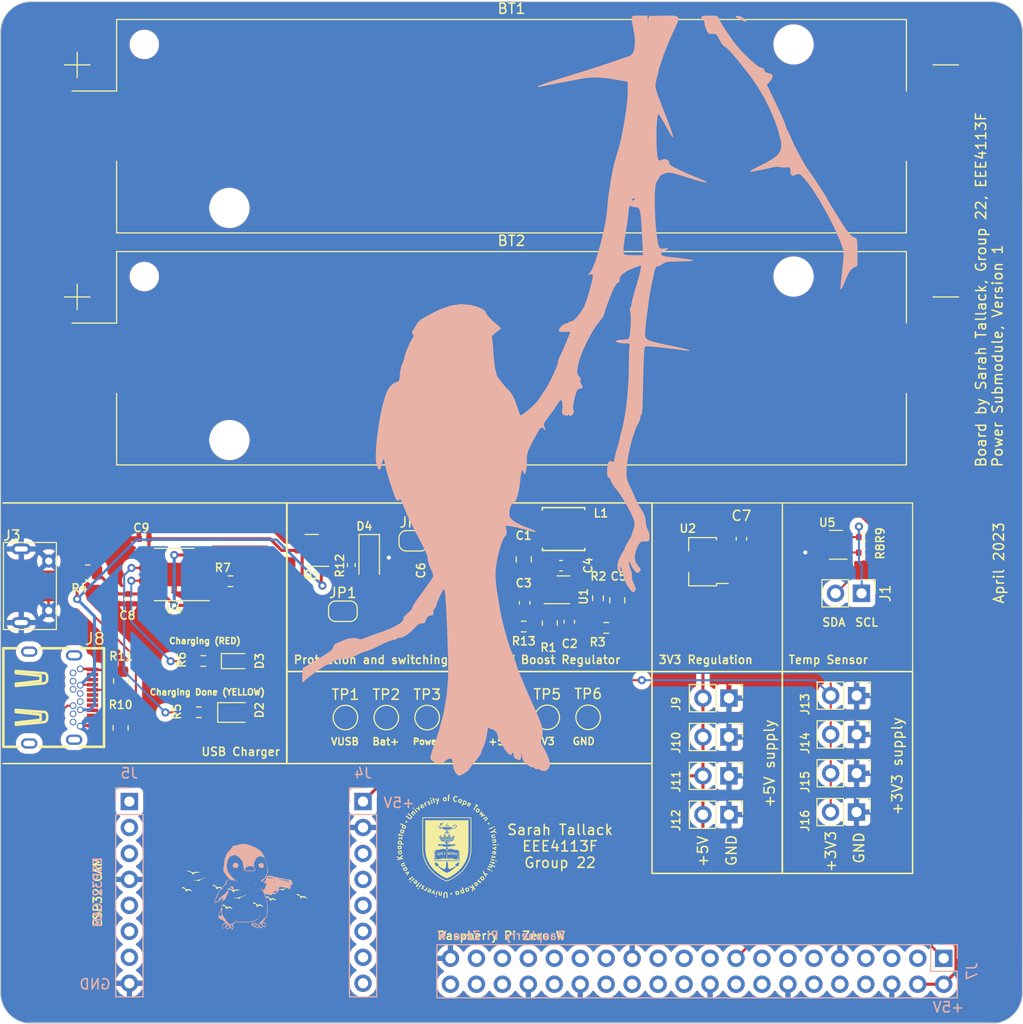
<source format=kicad_pcb>
(kicad_pcb (version 20221018) (generator pcbnew)
  (layers (0 "F.Cu" signal) (31 "B.Cu" signal) (34 "B.Paste" user) (35 "F.Paste" user) (36 "B.SilkS" user "B.Silkscreen") (37 "F.SilkS" user "F.Silkscreen") (38 "B.Mask" user) (39 "F.Mask" user) (44 "Edge.Cuts" user))
  (net 0 "")
  (net 1 "GND")
  (net 2 "/Sensors/SCL")
  (net 3 "/Sensors/SDA")
  (net 4 "Net-(L1-Pad2)")
  (net 5 "Net-(C2-Pad2)")
  (net 6 "Net-(C3-Pad2)")
  (net 7 "Net-(C3-Pad1)")
  (net 8 "Net-(C4-Pad1)")
  (net 9 "Net-(C8-Pad1)")
  (net 10 "Net-(D2-Pad1)")
  (net 11 "Net-(D3-Pad1)")
  (net 12 "/VoltageSupply/VUSB")
  (net 13 "Net-(R5-Pad2)")
  (net 14 "Net-(R6-Pad2)")
  (net 15 "Net-(R7-Pad1)")
  (net 16 "Net-(D4-Pad1)")
  (net 17 "/VoltageSupply/Bat+")
  (net 18 "/VoltageSupply/Power")
  (net 19 "/Microcontrollers/+5VReg")
  (net 20 "/Sensors/+3V3Reg")
  (net 21 "Net-(R2-Pad2)")
  (net 24 "/Microcontrollers/GPIO4")
  (net 25 "/Microcontrollers/GPIO2")
  (net 26 "/Microcontrollers/GPIO14")
  (net 27 "/Microcontrollers/GPIO15")
  (net 28 "/Microcontrollers/GPIO13")
  (net 29 "/Microcontrollers/GPIO12")
  (net 30 "/Microcontrollers/3.3V")
  (net 31 "/Microcontrollers/GPIO16")
  (net 32 "/Microcontrollers/GPIO0")
  (net 33 "/Microcontrollers/3.3V{slash}5V")
  (net 34 "/Microcontrollers/GPIO3")
  (net 35 "/Microcontrollers/GPIO1")
  (net 36 "/Microcontrollers/+3V3")
  (net 37 "/Microcontrollers/GPIO[2]{slash}SDA1")
  (net 38 "/Microcontrollers/GPIO[3]{slash}SCL1")
  (net 39 "/Microcontrollers/GPIO[4]{slash}GPCLK0")
  (net 40 "/Microcontrollers/GPIO[14]{slash}TXD0")
  (net 41 "/Microcontrollers/GPIO[15]{slash}RXD0")
  (net 42 "/Microcontrollers/GPIO[17]")
  (net 43 "/Microcontrollers/GPIO[18]{slash}PCM.CLK")
  (net 44 "/Microcontrollers/GPIO[27]")
  (net 45 "/Microcontrollers/GPIO[22]")
  (net 46 "/Microcontrollers/GPIO[23]")
  (net 47 "/Microcontrollers/GPIO[24]")
  (net 48 "/Microcontrollers/GPIO[10]{slash}SPI0.MOSI")
  (net 49 "/Microcontrollers/GPIO[9]{slash}SPI0.MISO")
  (net 50 "/Microcontrollers/GPIO[25]")
  (net 51 "/Microcontrollers/GPIO[11]{slash}SPI0.SCLK")
  (net 52 "/Microcontrollers/GPIO[8]{slash}SPI0.CE0")
  (net 53 "/Microcontrollers/GPIO[7]{slash}SPI0.CE1")
  (net 54 "/Microcontrollers/ID_SDA")
  (net 55 "/Microcontrollers/ID_SCL")
  (net 56 "/Microcontrollers/GPIO[5]")
  (net 57 "/Microcontrollers/GPIO[6]")
  (net 58 "/Microcontrollers/GPIO[12]{slash}PWM0")
  (net 59 "/Microcontrollers/GPIO[13]{slash}PWM1")
  (net 60 "/Microcontrollers/GPIO[19]{slash}PCM.FS")
  (net 61 "/Microcontrollers/GPIO[16]")
  (net 62 "/Microcontrollers/GPIO26")
  (net 63 "/Microcontrollers/GPIO[20]{slash}PCM.DIN")
  (net 64 "/Microcontrollers/GPIO[21]{slash}PCM.DOUT")
  (net 67 "Net-(J8-PadA5)")
  (net 75 "Net-(J8-PadB5)")
  (net 81 "/VoltageSupply/Reg")
  (footprint "Resistor_SMD:R_0402_1005Metric" (layer "F.Cu") (at 91.571574 96.731058 90)
    (fp_text reference "R12")
    (fp_text value "100k")
  )
  (footprint "Resistor_SMD:R_0805_2012Metric" (layer "F.Cu") (at 69 112.656142 -90)
    (fp_text reference "R10")
    (fp_text value "5.1k")
  )
  (footprint "TestPoint:TestPoint_Pad_D2.0mm" (layer "F.Cu") (at 99 111.656142)
    (fp_text reference "TP3")
    (fp_text value "TestPoint")
  )
  (footprint "LOGO" (layer "F.Cu") (at 81.5 129.5)
    (fp_text reference "G***" hide)
    (fp_text value "LOGO" hide)
  )
  (footprint "Resistor_SMD:R_0805_2012Metric" (layer "F.Cu") (at 65.780757 97.454584)
    (fp_text reference "R4")
    (fp_text value "330m")
  )
  (footprint "TestPoint:TestPoint_Pad_D2.0mm" (layer "F.Cu") (at 103 111.656142)
    (fp_text reference "TP7")
    (fp_text value "TestPoint")
  )
  (footprint "Package_TO_SOT_SMD:SOT-89-3" (layer "F.Cu") (at 126.25 96.406142 180)
    (fp_text reference "U2")
    (fp_text value "HT75xx-1-SOT89")
  )
  (footprint "Connector_PinHeader_2.54mm:PinHeader_1x02_P2.54mm_Vertical" (layer "F.Cu") (at 141.5 99.5 -90)
    (fp_text reference "J1")
    (fp_text value "Conn_01x02_Male")
  )
  (footprint "Connector_PinHeader_2.54mm:PinHeader_1x02_P2.54mm_Vertical" (layer "F.Cu") (at 128.525 121.156142 -90)
    (fp_text reference "J12")
    (fp_text value "Conn_01x02_Male")
  )
  (footprint "Capacitor_SMD:C_0402_1005Metric" (layer "F.Cu") (at 71.3 94.166142 180)
    (fp_text reference "C9")
    (fp_text value "10uF")
  )
  (footprint "LED_SMD:LED_0603_1608Metric" (layer "F.Cu") (at 80.346313 106.13688)
    (fp_text reference "D3")
    (fp_text value "RLED")
  )
  (footprint "Capacitor_SMD:C_0805_2012Metric" (layer "F.Cu") (at 108.448019 96.180404 90)
    (fp_text reference "C1")
    (fp_text value "4.7u")
  )
  (footprint "TestPoint:TestPoint_Pad_D2.0mm" (layer "F.Cu") (at 95 111.656142)
    (fp_text reference "TP2")
    (fp_text value "TestPoint")
  )
  (footprint "TestPoint:TestPoint_Pad_D2.0mm" (layer "F.Cu") (at 110.75 111.632996)
    (fp_text reference "TP5")
    (fp_text value "TestPoint")
  )
  (footprint "Package_TO_SOT_SMD:SOT-23" (layer "F.Cu") (at 87.703163 95.297117 180)
    (fp_text reference "Q1")
    (fp_text value "Si2301CDS")
  )
  (footprint "Capacitor_SMD:C_0805_2012Metric" (layer "F.Cu") (at 117.600926 100.179746 90)
    (fp_text reference "C5")
    (fp_text value "1u")
  )
  (footprint "Battery:BatteryHolder_Keystone_1042_1x18650" (layer "F.Cu") (at 107.25 53.79)
    (fp_text reference "BT1")
    (fp_text value "Li-Ion Battery")
  )
  (footprint "Resistor_SMD:R_0603_1608Metric" (layer "F.Cu") (at 79.75 98.318161)
    (fp_text reference "R7")
    (fp_text value "1.2k")
  )
  (footprint "Resistor_SMD:R_0603_1608Metric" (layer "F.Cu") (at 115.7101 99.979559 -90)
    (fp_text reference "R2")
    (fp_text value "180k")
  )
  (footprint "Capacitor_SMD:C_0402_1005Metric" (layer "F.Cu") (at 69.750812 100.044799 -90)
    (fp_text reference "C8")
    (fp_text value "10uF")
  )
  (footprint "Resistor_SMD:R_0603_1608Metric" (layer "F.Cu") (at 108.448725 102.75 180)
    (fp_text reference "R13")
    (fp_text value "1k")
  )
  (footprint "SarahFootprints:USB-TYPE-C-TH_USB-306A-B-SU" (layer "F.Cu") (at 63.155 109.696315 -90)
    (fp_text reference "J8")
    (fp_text value "USB_C_Receptacle" hide)
  )
  (footprint "Resistor_SMD:R_0603_1608Metric" (layer "F.Cu") (at 76.6475 111.141142 180)
    (fp_text reference "R5")
    (fp_text value "1k")
  )
  (footprint "TestPoint:TestPoint_Pad_D2.0mm" (layer "F.Cu") (at 114.75 111.632996)
    (fp_text reference "TP6")
    (fp_text value "TestPoint")
  )
  (footprint "Jumper:SolderJumper-2_P1.3mm_Open_RoundedPad1.0x1.5mm" (layer "F.Cu") (at 90.75 101.25)
    (fp_text reference "JP1")
    (fp_text value "Jumper_2_Open")
  )
  (footprint "SarahFootprints:C404969_Micro_USB" (layer "F.Cu") (at 57.575636 98.761938 90)
    (fp_text reference "J3")
    (fp_text value "USB_Micro_B_Female_Connector")
  )
  (footprint "Capacitor_SMD:C_0603_1608Metric" (layer "F.Cu") (at 129.75 94.156142 90)
    (fp_text reference "C7")
    (fp_text value "100n")
  )
  (footprint "Capacitor_SMD:C_0603_1608Metric" (layer "F.Cu") (at 112.905423 102.275685 90)
    (fp_text reference "C2")
    (fp_text value "100n")
  )
  (footprint "LOGO" (layer "F.Cu") (at 101 124.25)
    (fp_text reference "G***" hide)
    (fp_text value "LOGO" hide)
  )
  (footprint "Resistor_SMD:R_0402_1005Metric" (layer "F.Cu") (at 141.75 94.009432 180)
    (fp_text reference "R9")
    (fp_text value "10k")
  )
  (footprint "Battery:BatteryHolder_Keystone_1042_1x18650" (layer "F.Cu") (at 107.25 76.5)
    (fp_text reference "BT2")
    (fp_text value "Li-Ion Battery")
  )
  (footprint "Connector_PinHeader_2.54mm:PinHeader_1x02_P2.54mm_Vertical" (layer "F.Cu") (at 141.025 117.106142 -90)
    (fp_text reference "J15")
    (fp_text value "Conn_01x02_Male")
  )
  (footprint "Capacitor_SMD:C_0603_1608Metric" (layer "F.Cu") (at 112.094018 96.797165 180)
    (fp_text reference "C4")
    (fp_text value "100n")
  )
  (footprint "Package_SO:HSOP-8-1EP_3.9x4.9mm_P1.27mm_EP2.3x2.3mm" (layer "F.Cu") (at 74.25 97.656142 180)
    (fp_text reference "U4")
    (fp_text value "TP4056_1")
  )
  (footprint "TestPoint:TestPoint_Pad_D2.0mm" (layer "F.Cu") (at 91 111.656142)
    (fp_text reference "TP1")
    (fp_text value "TestPoint")
  )
  (footprint "Diode_SMD:D_SOD-123" (layer "F.Cu") (at 93.329492 95.9953 -90)
    (fp_text reference "D4")
    (fp_text value "Diode")
  )
  (footprint "Capacitor_SMD:C_0603_1608Metric" (layer "F.Cu") (at 100.461631 97.230718)
    (fp_text reference "C6")
    (fp_text value "100n")
  )
  (footprint "Package_SON:WSON-10-1EP_2.5x2.5mm_P0.5mm_EP1.2x2mm" (layer "F.Cu") (at 111.698019 99.155075)
    (fp_text reference "U1")
    (fp_text value "TPS63030DSKR")
  )
  (footprint "Resistor_SMD:R_0603_1608Metric" (layer "F.Cu") (at 116.521264 102.880355)
    (fp_text reference "R3")
    (fp_text value "20k")
  )
  (footprint "Connector_PinHeader_2.54mm:PinHeader_1x02_P2.54mm_Vertical" (layer "F.Cu") (at 141.025 113.306142 -90)
    (fp_text reference "J14")
    (fp_text value "Conn_01x02_Male")
  )
  (footprint "Connector_PinHeader_2.54mm:PinHeader_1x02_P2.54mm_Vertical" (layer "F.Cu") (at 141.012716 120.906142 -90)
    (fp_text reference "J16")
    (fp_text value "Conn_01x02_Male")
  )
  (footprint "Connector_PinHeader_2.54mm:PinHeader_1x02_P2.54mm_Vertical" (layer "F.Cu") (at 128.525 117.356142 -90)
    (fp_text reference "J11")
    (fp_text value "Conn_01x02_Male")
  )
  (footprint "Resistor_SMD:R_0603_1608Metric" (layer "F.Cu") (at 77.096313 106.12134 180)
    (fp_text reference "R6")
    (fp_text value "1k")
  )
  (footprint "Capacitor_SMD:C_0603_1608Metric" (layer "F.Cu") (at 108.538762 100.432441 90)
    (fp_text reference "C3")
    (fp_text value "100n")
  )
  (footprint "SarahFootprints:IND-SMD_L4.0-W4.0" (layer "F.Cu") (at 112.349862 93.210018)
    (fp_text reference "L1")
    (fp_text value "4.7u" hide)
  )
  (footprint "Resistor_SMD:R_0402_1005Metric" (layer "F.Cu") (at 141.738711 95.522068 180)
    (fp_text reference "R8")
    (fp_text value "10k")
  )
  (footprint "Jumper:SolderJumper-2_P1.3mm_Open_RoundedPad1.0x1.5mm" (layer "F.Cu") (at 97.648905 94.359409)
    (fp_text reference "JP2")
    (fp_text value "Jumper_2_Open")
  )
  (footprint "Connector_PinHeader_2.54mm:PinHeader_1x02_P2.54mm_Vertical" (layer "F.Cu") (at 141.025 109.506142 -90)
    (fp_text reference "J13")
    (fp_text value "Conn_01x02_Male")
  )
  (footprint "Resistor_SMD:R_0805_2012Metric" (layer "F.Cu") (at 111 102.4125 -90)
    (fp_text reference "R1")
    (fp_text value "200k")
  )
  (footprint "Connector_PinHeader_2.54mm:PinHeader_1x02_P2.54mm_Vertical" (layer "F.Cu") (at 128.525 109.756142 -90)
    (fp_text reference "J9")
    (fp_text value "Conn_01x02_Male")
  )
  (footprint "Connector_PinHeader_2.54mm:PinHeader_1x02_P2.54mm_Vertical" (layer "F.Cu") (at 128.525 113.556142 -90)
    (fp_text reference "J10")
    (fp_text value "Conn_01x02_Male")
  )
  (footprint "TestPoint:TestPoint_Pad_D2.0mm" (layer "F.Cu") (at 106.75 111.632996)
    (fp_text reference "TP4")
    (fp_text value "TestPoint")
  )
  (footprint "LED_SMD:LED_0805_2012Metric" (layer "F.Cu") (at 80.1875 111.156142)
    (fp_text reference "D2")
    (fp_text value "YLED")
  )
  (footprint "Resistor_SMD:R_0805_2012Metric" (layer "F.Cu") (at 69.055645 108.073079 -90)
    (fp_text reference "R11")
    (fp_text value "5.1k")
  )
  (footprint "Sensor_Humidity:Sensirion_DFN-8-1EP_2.5x2.5mm_P0.5mm_EP1.1x1.7mm" (layer "F.Cu") (at 139 94.75 180)
    (fp_text reference "U5")
    (fp_text value "SHT30-DIS")
  )
  (footprint "LOGO" (layer "B.Cu") (at 81.365491 128.662288 180)
    (fp_text reference "G***" hide)
    (fp_text value "LOGO" hide)
  )
  (footprint "Connector_PinSocket_2.54mm:PinSocket_1x08_P2.54mm_Vertical" (layer "B.Cu") (at 92.725 119.875 180)
    (fp_text reference "J4")
    (fp_text value "Conn_01x08_Male")
  )
  (footprint "Connector_PinSocket_2.54mm:PinSocket_2x20_P2.54mm_Vertical" (layer "B.Cu") (at 149.54 135.21 90)
    (fp_text reference "J7")
    (fp_text value "GPIO")
  )
  (footprint "LOGO" (layer "B.Cu") (at 114 85.5 180)
    (fp_text reference "G***" hide)
    (fp_text value "LOGO" hide)
  )
  (footprint "Connector_PinSocket_2.54mm:PinSocket_1x08_P2.54mm_Vertical" (layer "B.Cu") (at 69.859465 119.875 180)
    (fp_text reference "J5")
    (fp_text value "Conn_01x08_Male")
  )
  (gr_rect (start 85.291046 90.666056) (end 105.23347 107.149006) (stroke (width 0.15)) (fill none) (layer "F.SilkS"))
  (gr_line (start 85.5 116.156142) (end 57.5 116.156142) (stroke (width 0.15)) (layer "F.SilkS"))
  (gr_rect (start 133.75 90.656142) (end 146.5 107.156142) (stroke (width 0.12)) (fill none) (layer "F.SilkS"))
  (gr_rect (start 105.25 90.656142) (end 121 107.156142) (stroke (width 0.15)) (fill none) (layer "F.SilkS"))
  (gr_rect (start 121 90.656142) (end 133.75 107.156142) (stroke (width 0.12)) (fill none) (layer "F.SilkS"))
  (gr_line (start 57.5 90.656142) (end 85.25 90.656142) (stroke (width 0.15)) (layer "F.SilkS"))
  (gr_rect (start 133.75 107.156142) (end 146.5 126.906142) (stroke (width 0.15)) (fill none) (layer "F.SilkS"))
  (gr_rect (start 121 107.156142) (end 133.75 126.906142) (stroke (width 0.15)) (fill none) (layer "F.SilkS"))
  (gr_line (start 85.25 90.656142) (end 85.25 116.156142) (stroke (width 0.15)) (layer "F.SilkS"))
  (gr_rect (start 85.291046 107.149006) (end 121 116.156142) (stroke (width 0.15)) (fill none) (layer "F.SilkS"))
  (gr_line (start 60.25 41.59264) (end 154.25736 41.59264) (stroke (width 0.1)) (layer "Edge.Cuts"))
  (gr_arc (start 60.25 141.6) (mid 58.12868 140.72132) (end 57.25 138.6) (stroke (width 0.1)) (layer "Edge.Cuts"))
  (gr_arc (start 154.25736 41.59264) (mid 156.37868 42.47132) (end 157.25736 44.59264) (stroke (width 0.1)) (layer "Edge.Cuts"))
  (gr_line (start 57.25 44.59264) (end 57.25 138.6) (stroke (width 0.1)) (layer "Edge.Cuts"))
  (gr_line (start 157.25 138.6) (end 157.25736 44.59264) (stroke (width 0.1)) (layer "Edge.Cuts"))
  (gr_arc (start 57.25 44.59264) (mid 58.12868 42.47132) (end 60.25 41.59264) (stroke (width 0.1)) (layer "Edge.Cuts"))
  (gr_line (start 60.25 141.6) (end 154.25 141.6) (stroke (width 0.1)) (layer "Edge.Cuts"))
  (gr_arc (start 157.25 138.6) (mid 156.37132 140.72132) (end 154.25 141.6) (stroke (width 0.1)) (layer "Edge.Cuts"))
  (gr_text "GND\n" (at 66.5 137.75) (layer "B.SilkS") (effects (font (size 1 1)) (justify mirror)))
  (gr_text "+5V" (at 96.25 120) (layer "B.SilkS") (effects (font (size 1 1)) (justify mirror)))
  (gr_text "+5V" (at 150 140) (layer "B.SilkS") (effects (font (size 1 1)) (justify mirror)))
  (gr_text "ESP32 CAM" (at 66.75 128.75 90) (layer "B.SilkS") (effects (font (size 0.8 0.8)) (justify mirror)))
  (gr_text "Raspberry Pi Zero W" (at 106.25 133) (layer "B.SilkS") (effects (font (size 0.8 0.8)) (justify mirror)))
  (gr_text "USB Charger" (at 80.75 115) (layer "F.SilkS") (effects (font (size 0.8 0.8))))
  (gr_text "Bat+" (at 94.95 114.006142) (layer "F.SilkS") (effects (font (size 0.7 0.7))))
  (gr_text "Board by Sarah Tallack, Group 22, EEE4113F\nPower Submodule, Version 1" (at 154 87.25 90) (layer "F.SilkS") (effects (font (size 1 1)) (justify left)))
  (gr_text "Charging Done (YELLOW)" (at 77.487115 109.166467) (layer "F.SilkS") (effects (font (size 0.6 0.6))))
  (gr_text "5V Boost Regulator" (at 112 106) (layer "F.SilkS") (effects (font (size 0.8 0.8))))
  (gr_text "Temp Sensor" (at 138.25 106) (layer "F.SilkS") (effects (font (size 0.8 0.8))))
  (gr_text "+5V\n" (at 125.980093 124.747124 90) (layer "F.SilkS") (effects (font (size 1 1))))
  (gr_text "GND" (at 128.775 124.656142 90) (layer "F.SilkS") (effects (font (size 1 1))))
  (gr_text "Charging (RED)\n" (at 77.25 104.156142) (layer "F.SilkS") (effects (font (size 0.6 0.6))))
  (gr_text "+3V3 supply\n" (at 145 116.406142 90) (layer "F.SilkS") (effects (font (size 1 1))))
  (gr_text "+5V supply" (at 132.5 116.156142 90) (layer "F.SilkS") (effects (font (size 1 1))))
  (gr_text "Power" (at 98.95 114.006142) (layer "F.SilkS") (effects (font (size 0.6 0.6))))
  (gr_text "April 2023" (at 154.94 96.52 90) (layer "F.SilkS") (effects (font (size 1 1))))
  (gr_text "3V3 Regulation" (at 126.25 106) (layer "F.SilkS") (effects (font (size 0.8 0.8))))
  (gr_text "+3V3" (at 138.5 124.75 90) (layer "F.SilkS") (effects (font (size 1 1))))
  (gr_text "SDA" (at 138.79 102.343858) (layer "F.SilkS") (effects (font (size 0.8 0.8))))
  (gr_text "Protection and switching" (at 93.5 106) (layer "F.SilkS") (effects (font (size 0.8 0.8))))
  (gr_text "Reg" (at 103 114) (layer "F.SilkS") (effects (font (size 0.6 0.6))))
  (gr_text "+3V3" (at 110.064744 113.982996) (layer "F.SilkS") (effects (font (size 0.7 0.7))))
  (gr_text "SCL" (at 142 102.343858) (layer "F.SilkS") (effects (font (size 0.8 0.8))))
  (gr_text "GND" (at 114.314744 113.982996) (layer "F.SilkS") (effects (font (size 0.7 0.7))))
  (gr_text "GND" (at 141.262716 124.406142 90) (layer "F.SilkS") (effects (font (size 1 1))))
  (gr_text "VUSB" (at 90.95 114.006142) (layer "F.SilkS") (effects (font (size 0.7 0.7))))
  (gr_text "Sarah Tallack\nEEE4113F\nGroup 22" (at 112 124.25) (layer "F.SilkS") (effects (font (size 1 1))))
  (gr_text "ESP32 CAM" (at 66.75 128.75 90) (layer "F.SilkS") (effects (font (size 0.8 0.8))))
  (gr_text "Raspberry Pi Zero W" (at 106.25 133) (layer "F.SilkS") (effects (font (size 0.8 0.8))))
  (gr_text "+5V" (at 106.064744 114.000358) (layer "F.SilkS") (effects (font (size 0.7 0.7))))
  (segment (start 69.055645 107.160579) (end 68.891381 106.996315) (width 0.25) (layer "F.Cu") (net 1))
  (segment (start 68.891381 106.996315) (end 66.75 106.996315) (width 0.25) (layer "F.Cu") (net 1))
  (segment (start 111.319018 96.797165) (end 111.350926 96.829073) (width 0.2) (layer "F.Cu") (net 1))
  (segment (start 111.350926 98.807982) (end 111.698019 99.155075) (width 0.2) (layer "F.Cu") (net 1))
  (segment (start 59.450636 99.411938) (end 59.300636 99.561938) (width 0.25) (layer "F.Cu") (net 1))
  (segment (start 66.2 106.896315) (end 66.25 106.946315) (width 0.25) (layer "F.Cu") (net 1))
  (segment (start 137.825 95) (end 137.825 95.5) (width 0.2) (layer "F.Cu") (net 1))
  (segment (start 140.175 95) (end 139.25 95) (width 0.2) (layer "F.Cu") (net 1))
  (segment (start 111.350926 96.829073) (end 111.350926 98.807982) (width 0.2) (layer "F.Cu") (net 1))
  (segment (start 61.950636 101.161938) (end 61.975636 101.186938) (width 0.25) (layer "F.Cu") (net 1))
  (segment (start 66.25 112.446315) (end 65.1 112.446315) (width 0.25) (layer "F.Cu") (net 1))
  (segment (start 61.950636 99.411938) (end 59.450636 99.411938) (width 0.25) (layer "F.Cu") (net 1))
  (segment (start 65.1 112.446315) (end 65.05 112.496315) (width 0.25) (layer "F.Cu") (net 1))
  (segment (start 137.825 95.5) (end 138.5 95.5) (width 0.2) (layer "F.Cu") (net 1))
  (segment (start 76.725 97.021142) (end 75.206203 97.021142) (width 0.2) (layer "F.Cu") (net 1))
  (segment (start 68.297327 112.446315) (end 69 111.743642) (width 0.25) (layer "F.Cu") (net 1))
  (segment (start 110.485519 97.630664) (end 111.319018 96.797165) (width 0.2) (layer "F.Cu") (net 1))
  (segment (start 61.950636 99.411938) (end 61.950636 101.161938) (width 0.25) (layer "F.Cu") (net 1))
  (segment (start 110.485519 98.155075) (end 110.485519 97.630664) (width 0.2) (layer "F.Cu") (net 1))
  (segment (start 66.25 112.446315) (end 68.297327 112.446315) (width 0.25) (layer "F.Cu") (net 1))
  (segment (start 65.05 106.896315) (end 66.2 106.896315) (width 0.25) (layer "F.Cu") (net 1))
  (segment (start 137.825 95.5) (end 136 95.5) (width 0.2) (layer "F.Cu") (net 1))
  (via (at 136 95.5) (size 0.8) (drill 0.4) (layers "F.Cu" "B.Cu") (net 1))
  (via (at 95.25 96) (size 0.8) (drill 0.4) (layers "F.Cu" "B.Cu") (net 1))
  (segment (start 140.175 94) (end 141.230568 94) (width 0.2) (layer "F.Cu") (net 2))
  (segment (start 141.24 94.027428) (end 141.24 92.972572) (width 0.2) (layer "F.Cu") (net 2))
  (segment (start 141.24 92.972572) (end 141.24961 92.962962) (width 0.2) (layer "F.Cu") (net 2))
  (via (at 141.24961 92.962962) (size 0.8) (drill 0.4) (layers "F.Cu" "B.Cu") (net 2))
  (segment (start 141.24961 92.962962) (end 141.24961 96.49961) (width 0.2) (layer "B.Cu") (net 2))
  (segment (start 141.525 96.775) (end 141.525 99.5) (width 0.2) (layer "B.Cu") (net 2))
  (segment (start 141.24961 96.49961) (end 141.525 96.775) (width 0.2) (layer "B.Cu") (net 2))
  (segment (start 140.175 95.5) (end 141.206643 95.5) (width 0.2) (layer "F.Cu") (net 3))
  (segment (start 140.175 98.31) (end 138.985 99.5) (width 0.2) (layer "F.Cu") (net 3))
  (segment (start 140.175 95.5) (end 140.175 98.31) (width 0.2) (layer "F.Cu") (net 3))
  (segment (start 113.949862 93.210018) (end 113.949862 98.153232) (width 0.2) (layer "F.Cu") (net 4))
  (segment (start 113.448019 98.655075) (end 112.910519 98.655075) (width 0.2) (layer "F.Cu") (net 4))
  (segment (start 113.949862 98.153232) (end 113.448019 98.655075) (width 0.2) (layer "F.Cu") (net 4))
  (segment (start 111 101.5) (end 112.89745 101.5) (width 0.2) (layer "F.Cu") (net 5))
  (segment (start 112.910519 101.486931) (end 112.901043 101.496407) (width 0.2) (layer "F.Cu") (net 5))
  (segment (start 112.89745 101.5) (end 112.901043 101.496407) (width 0.2) (layer "F.Cu") (net 5))
  (segment (start 112.910519 100.155075) (end 112.910519 101.486931) (width 0.2) (layer "F.Cu") (net 5))
  (segment (start 110.485519 99.155075) (end 109.041128 99.155075) (width 0.2) (layer "F.Cu") (net 6))
  (segment (start 109.041128 99.155075) (end 108.538762 99.657441) (width 0.2) (layer "F.Cu") (net 6))
  (segment (start 109.600926 99.929746) (end 109.875597 99.655075) (width 0.2) (layer "F.Cu") (net 7))
  (segment (start 108.538762 101.207441) (end 108.933305 101.207441) (width 0.2) (layer "F.Cu") (net 7))
  (segment (start 109.875597 99.655075) (end 110.485519 99.655075) (width 0.2) (layer "F.Cu") (net 7))
  (segment (start 109.600926 100.53982) (end 109.600926 99.929746) (width 0.2) (layer "F.Cu") (net 7))
  (segment (start 108.933305 101.207441) (end 109.600926 100.53982) (width 0.2) (layer "F.Cu") (net 7))
  (segment (start 112.913925 96.797561) (end 112.913925 98.151669) (width 0.2) (layer "F.Cu") (net 8))
  (segment (start 112.913925 98.151669) (end 112.910519 98.155075) (width 0.2) (layer "F.Cu") (net 8))
  (segment (start 73.155 99.57907) (end 74.251203 100.675273) (width 0.3) (layer "F.Cu") (net 9))
  (segment (start 81.133813 102.042344) (end 81.133813 106.13688) (width 0.3) (layer "F.Cu") (net 9))
  (segment (start 79.766743 100.675273) (end 80.045735 100.954265) (width 0.3) (layer "F.Cu") (net 9))
  (segment (start 71.775 99.561142) (end 68.799815 99.561142) (width 0.3) (layer "F.Cu") (net 9))
  (segment (start 74.251203 100.675273) (end 79.766743 100.675273) (width 0.3) (layer "F.Cu") (net 9))
  (segment (start 81.125 111.156142) (end 81.125 106.145693) (width 0.2) (layer "F.Cu") (net 9))
  (segment (start 73.155 99.561142) (end 73.155 99.57907) (width 0.3) (layer "F.Cu") (net 9))
  (segment (start 76.725 95.751142) (end 74.25 95.751142) (width 0.3) (layer "F.Cu") (net 9))
  (segment (start 68.799815 99.561142) (end 66.693257 97.454584) (width 0.3) (layer "F.Cu") (net 9))
  (segment (start 80.045735 100.954265) (end 81.133813 102.042344) (width 0.3) (layer "F.Cu") (net 9))
  (segment (start 73.155 99.561142) (end 71.775 99.561142) (width 0.3) (layer "F.Cu") (net 9))
  (segment (start 79.782728 100.691259) (end 80.045735 100.954265) (width 0.3) (layer "F.Cu") (net 9))
  (via (at 74.25 95.751142) (size 0.8) (drill 0.4) (layers "F.Cu" "B.Cu") (net 9))
  (via (at 74.251203 100.675273) (size 0.8) (drill 0.4) (layers "F.Cu" "B.Cu") (net 9))
  (segment (start 74.25 95.751142) (end 74.25 100.67407) (width 0.3) (layer "B.Cu") (net 9))
  (segment (start 74.25 100.67407) (end 74.251203 100.675273) (width 0.3) (layer "B.Cu") (net 9))
  (segment (start 77.4725 111.141142) (end 79.235 111.141142) (width 0.2) (layer "F.Cu") (net 10))
  (segment (start 79.235 111.141142) (end 79.25 111.156142) (width 0.2) (layer "F.Cu") (net 10))
  (segment (start 77.936853 106.13688) (end 77.921313 106.12134) (width 0.2) (layer "F.Cu") (net 11))
  (segment (start 79.558813 106.13688) (end 77.936853 106.13688) (width 0.2) (layer "F.Cu") (net 11))
  (segment (start 64.75 97.572841) (end 64.868257 97.454584) (width 0.3) (layer "F.Cu") (net 12))
  (segment (start 88.656142 114) (end 74.25 114) (width 0.2) (layer "F.Cu") (net 12))
  (segment (start 66.25 110.946315) (end 65.1 110.946315) (width 0.2) (layer "F.Cu") (net 12))
  (segment (start 74.25 114) (end 70.5 110.25) (width 0.2) (layer "F.Cu") (net 12))
  (segment (start 93.329492 97.6453) (end 93.329492 96.673446) (width 0.3) (layer "F.Cu") (net 12))
  (segment (start 93.329492 96.673446) (end 92.903163 96.247117) (width 0.3) (layer "F.Cu") (net 12))
  (segment (start 70.5 110.25) (end 70.5 105.806142) (width 0.2) (layer "F.Cu") (net 12))
  (segment (start 65.1 110.946315) (end 65.05 110.896315) (width 0.2) (layer "F.Cu") (net 12))
  (segment (start 61.975 97.471142) (end 64.851699 97.471142) (width 0.3) (layer "F.Cu") (net 12))
  (segment (start 65.1 108.446315) (end 65.05 108.496315) (width 0.2) (layer "F.Cu") (net 12))
  (segment (start 70.5 105.806142) (end 64.75 100.056142) (width 0.2) (layer "F.Cu") (net 12))
  (segment (start 88.640663 98.640663) (end 88.75 98.75) (width 0.3) (layer "F.Cu") (net 12))
  (segment (start 88.640663 96.247117) (end 88.640663 98.640663) (width 0.3) (layer "F.Cu") (net 12))
  (segment (start 92.903163 96.247117) (end 88.640663 96.247117) (width 0.3) (layer "F.Cu") (net 12))
  (segment (start 64.851699 97.471142) (end 64.868257 97.454584) (width 0.3) (layer "F.Cu") (net 12))
  (segment (start 64.75 100.056142) (end 64.75 97.572841) (width 0.3) (layer "F.Cu") (net 12))
  (segment (start 91 111.656142) (end 88.656142 114) (width 0.2) (layer "F.Cu") (net 12))
  (segment (start 66.25 108.446315) (end 65.1 108.446315) (width 0.2) (layer "F.Cu") (net 12))
  (via (at 64.75 100.056142) (size 0.8) (drill 0.4) (layers "F.Cu" "B.Cu") (net 12))
  (via (at 88.75 98.75) (size 0.8) (drill 0.4) (layers "F.Cu" "B.Cu") (net 12))
  (segment (start 84.25 94.25) (end 70.556142 94.25) (width 0.25) (layer "B.Cu") (net 12))
  (segment (start 65.977535 110.896315) (end 66.450001 110.423849) (width 0.3) (layer "B.Cu") (net 12))
  (segment (start 65.05 108.496315) (end 66.450001 107.096314) (width 0.3) (layer "B.Cu") (net 12))
  (segment (start 66.450001 101.756143) (end 64.75 100.056142) (width 0.3) (layer "B.Cu") (net 12))
  (segment (start 65.977535 110.896315) (end 65.05 110.896315) (width 0.3) (layer "B.Cu") (net 12))
  (segment (start 66.450001 107.096314) (end 66.450001 110.423849) (width 0.3) (layer "B.Cu") (net 12))
  (segment (start 66.450001 106.406142) (end 66.450001 101.756143) (width 0.3) (layer "B.Cu") (net 12))
  (segment (start 66.450001 107.096314) (end 66.450001 106.406142) (width 0.3) (layer "B.Cu") (net 12))
  (segment (start 88.75 98.75) (end 84.25 94.25) (width 0.25) (layer "B.Cu") (net 12))
  (segment (start 70.556142 94.25) (end 64.75 100.056142) (width 0.25) (layer "B.Cu") (net 12))
  (segment (start 73.385 111.156142) (end 75.8075 111.156142) (width 0.2) (layer "F.Cu") (net 13))
  (segment (start 70.067569 97.016142) (end 71.77 97.016142) (width 0.2) (layer "F.Cu") (net 13))
  (segment (start 71.77 97.016142) (end 71.775 97.021142) (width 0.2) (layer "F.Cu") (net 13))
  (via (at 70.067569 97.016142) (size 0.8) (drill 0.4) (layers "F.Cu" "B.Cu") (net 13))
  (via (at 73.385 111.156142) (size 0.8) (drill 0.4) (layers "F.Cu" "B.Cu") (net 13))
  (segment (start 69.35 97.733711) (end 69.35 107.121142) (width 0.2) (layer "B.Cu") (net 13))
  (segment (start 70.067569 97.016142) (end 69.35 97.733711) (width 0.2) (layer "B.Cu") (net 13))
  (segment (start 69.35 107.121142) (end 73.385 111.156142) (width 0.2) (layer "B.Cu") (net 13))
  (segment (start 76.250558 106.142095) (end 76.271313 106.12134) (width 0.2) (layer "F.Cu") (net 14))
  (segment (start 70.05 98.266142) (end 71.75 98.266142) (width 0.2) (layer "F.Cu") (net 14))
  (segment (start 73.896313 106.142095) (end 76.250558 106.142095) (width 0.2) (layer "F.Cu") (net 14))
  (via (at 70.05 98.266142) (size 0.8) (drill 0.4) (layers "F.Cu" "B.Cu") (net 14))
  (via (at 73.896313 106.142095) (size 0.8) (drill 0.4) (layers "F.Cu" "B.Cu") (net 14))
  (segment (start 73.896313 106.142095) (end 70.05 102.295782) (width 0.2) (layer "B.Cu") (net 14))
  (segment (start 70.05 102.295782) (end 70.05 98.266142) (width 0.2) (layer "B.Cu") (net 14))
  (segment (start 78.897981 98.291142) (end 78.925 98.318161) (width 0.25) (layer "F.Cu") (net 15))
  (segment (start 76.725 98.291142) (end 78.897981 98.291142) (width 0.25) (layer "F.Cu") (net 15))
  (segment (start 97.138845 99.424927) (end 95.302791 101.260981) (width 0.3) (layer "F.Cu") (net 16))
  (segment (start 95.302791 101.260981) (end 91.410981 101.260981) (width 0.3) (layer "F.Cu") (net 16))
  (segment (start 91.410981 101.260981) (end 91.4 101.25) (width 0.3) (layer "F.Cu") (net 16))
  (segment (start 97.138845 94.358028) (end 97.138845 99.424927) (width 0.3) (layer "F.Cu") (net 16))
  (segment (start 88.64248 94.3453) (end 93.329492 94.3453) (width 0.3) (layer "F.Cu") (net 16))
  (segment (start 88.640663 94.347117) (end 88.64248 94.3453) (width 0.3) (layer "F.Cu") (net 16))
  (segment (start 93.329492 94.3453) (end 93.34222 94.358028) (width 0.3) (layer "F.Cu") (net 16))
  (segment (start 93.34222 94.358028) (end 97.138845 94.358028) (width 0.3) (layer "F.Cu") (net 16))
  (segment (start 67.92 53.79) (end 67.92 76.5) (width 0.5) (layer "F.Cu") (net 17))
  (segment (start 67.92 88.42) (end 71.78 92.28) (width 0.5) (layer "F.Cu") (net 17))
  (segment (start 71.775 95.751142) (end 71.775 94.343606) (width 0.3) (layer "F.Cu") (net 17))
  (segment (start 90.113845 101.260981) (end 90.113845 106.769987) (width 0.3) (layer "F.Cu") (net 17))
  (segment (start 84.765394 95.299876) (end 86.762904 95.299876) (width 0.3) (layer "F.Cu") (net 17))
  (segment (start 71.78 92.28) (end 71.78 94.166142) (width 0.5) (layer "F.Cu") (net 17))
  (segment (start 86.765663 95.297117) (end 86.765663 99.265663) (width 0.3) (layer "F.Cu") (net 17))
  (segment (start 86.765663 99.265663) (end 88.75 101.25) (width 0.3) (layer "F.Cu") (net 17))
  (segment (start 95 111.656142) (end 90.113845 106.769987) (width 0.2) (layer "F.Cu") (net 17))
  (segment (start 83.63166 94.166142) (end 84.765394 95.299876) (width 0.3) (layer "F.Cu") (net 17))
  (segment (start 71.78 94.166142) (end 83.63166 94.166142) (width 0.3) (layer "F.Cu") (net 17))
  (segment (start 67.92 76.5) (end 67.92 88.42) (width 0.5) (layer "F.Cu") (net 17))
  (segment (start 88.75 101.25) (end 90.1 101.25) (width 0.3) (layer "F.Cu") (net 17))
  (segment (start 86.762904 95.299876) (end 86.765663 95.297117) (width 0.3) (layer "F.Cu") (net 17))
  (segment (start 99 108.75) (end 105 102.75) (width 0.2) (layer "F.Cu") (net 18))
  (segment (start 106.25337 100.179452) (end 107.600926 100.179452) (width 0.2) (layer "F.Cu") (net 18))
  (segment (start 99 111.656142) (end 99 108.75) (width 0.2) (layer "F.Cu") (net 18))
  (segment (start 105 102.75) (end 107.623725 102.75) (width 0.2) (layer "F.Cu") (net 18))
  (segment (start 106.25 100.176082) (end 102.651823 100.176082) (width 0.2) (layer "F.Cu") (net 18))
  (segment (start 110.485519 98.655075) (end 108.897456 98.655075) (width 0.2) (layer "F.Cu") (net 18))
  (segment (start 110.749862 95.057459) (end 108.676917 97.130404) (width 0.2) (layer "F.Cu") (net 18))
  (segment (start 108.897456 98.655075) (end 108.384161 98.14178) (width 0.2) (layer "F.Cu") (net 18))
  (segment (start 107.600926 102.727201) (end 107.623725 102.75) (width 0.2) (layer "F.Cu") (net 18))
  (segment (start 102.641909 100.185996) (end 99.686631 97.230718) (width 0.2) (layer "F.Cu") (net 18))
  (segment (start 99.689468 94.391837) (end 99.65704 94.359409) (width 0.3) (layer "F.Cu") (net 18))
  (segment (start 107.600926 98.925015) (end 107.600926 100.179452) (width 0.2) (layer "F.Cu") (net 18))
  (segment (start 108.676917 97.130404) (end 108.448019 97.130404) (width 0.2) (layer "F.Cu") (net 18))
  (segment (start 99.684935 97.255377) (end 99.684935 94.39637) (width 0.3) (layer "F.Cu") (net 18))
  (segment (start 108.384161 97.194262) (end 108.448019 97.130404) (width 0.2) (layer "F.Cu") (net 18))
  (segment (start 108.384161 98.14178) (end 108.384161 97.194262) (width 0.2) (layer "F.Cu") (net 18))
  (segment (start 107.600926 98.925015) (end 108.384161 98.14178) (width 0.2) (layer "F.Cu") (net 18))
  (segment (start 107.600926 100.179452) (end 107.600926 102.727201) (width 0.2) (layer "F.Cu") (net 18))
  (segment (start 106.25 100.176082) (end 106.25337 100.179452) (width 0.2) (layer "F.Cu") (net 18))
  (segment (start 99.684935 94.39637) (end 99.689468 94.391837) (width 0.3) (layer "F.Cu") (net 18))
  (segment (start 99.65704 94.359409) (end 98.298905 94.359409) (width 0.3) (layer "F.Cu") (net 18))
  (segment (start 102.651823 100.176082) (end 102.641909 100.185996) (width 0.2) (layer "F.Cu") (net 18))
  (segment (start 125.985 117.356142) (end 125.985 121.156142) (width 0.3) (layer "F.Cu") (net 19))
  (segment (start 111.132996 107.25) (end 106.75 111.632996) (width 0.3) (layer "F.Cu") (net 19))
  (segment (start 117.730481 99.154559) (end 115.7101 99.154559) (width 0.3) (layer "F.Cu") (net 19))
  (segment (start 117.600926 99.229746) (end 120.020254 99.229746) (width 0.3) (layer "F.Cu") (net 19))
  (segment (start 95.243858 117.356142) (end 92.725 119.875) (width 0.3) (layer "F.Cu") (net 19))
  (segment (start 117.600926 98.399074) (end 119.593858 96.406142) (width 0.3) (layer "F.Cu") (net 19))
  (segment (start 150.74 134.01) (end 150.74 136.55) (width 0.3) (layer "F.Cu") (net 19))
  (segment (start 131.75 130.75) (end 147.48 130.75) (width 0.3) (layer "F.Cu") (net 19))
  (segment (start 147 137.75) (end 149.54 137.75) (width 0.3) (layer "F.Cu") (net 19))
  (segment (start 112.910519 99.155075) (end 115.709584 99.155075) (width 0.3) (layer "F.Cu") (net 19))
  (segment (start 117.600926 99.229746) (end 117.600926 98.399074) (width 0.3) (layer "F.Cu") (net 19))
  (segment (start 125.985 121.156142) (end 125.985 124.985) (width 0.3) (layer "F.Cu") (net 19))
  (segment (start 120.729746 99.229746) (end 126 104.5) (width 0.3) (layer "F.Cu") (net 19))
  (segment (start 125.985 124.985) (end 131.75 130.75) (width 0.3) (layer "F.Cu") (net 19))
  (segment (start 125.985 109.756142) (end 125.985 113.556142) (width 0.3) (layer "F.Cu") (net 19))
  (segment (start 125.985 113.556142) (end 125.985 117.356142) (width 0.3) (layer "F.Cu") (net 19))
  (segment (start 119.593858 96.406142) (end 127.8125 96.406142) (width 0.3) (layer "F.Cu") (net 19))
  (segment (start 120.020254 99.229746) (end 120.729746 99.229746) (width 0.3) (layer "F.Cu") (net 19))
  (segment (start 120.020254 99.229746) (end 120.020254 102.979746) (width 0.3) (layer "F.Cu") (net 19))
  (segment (start 125.985 104.515) (end 125.985 109.756142) (width 0.3) (layer "F.Cu") (net 19))
  (segment (start 125.985 117.356142) (end 95.243858 117.356142) (width 0.3) (layer "F.Cu") (net 19))
  (segment (start 147.48 130.75) (end 150.74 134.01) (width 0.3) (layer "F.Cu") (net 19))
  (segment (start 126 104.5) (end 125.985 104.515) (width 0.3) (layer "F.Cu") (net 19))
  (segment (start 120.020254 102.979746) (end 115.75 107.25) (width 0.3) (layer "F.Cu") (net 19))
  (segment (start 115.75 107.25) (end 111.132996 107.25) (width 0.3) (layer "F.Cu") (net 19))
  (segment (start 150.74 136.55) (end 149.54 137.75) (width 0.3) (layer "F.Cu") (net 19))
  (segment (start 115.709584 99.155075) (end 115.7101 99.154559) (width 0.3) (layer "F.Cu") (net 19))
  (segment (start 138.485 106.235) (end 129.75 97.5) (width 0.2) (layer "F.Cu") (net 20))
  (segment (start 137.45 94) (end 136.475 93.025) (width 0.2) (layer "F.Cu") (net 20))
  (segment (start 134.568858 94.931142) (end 129.75 94.931142) (width 0.2) (layer "F.Cu") (net 20))
  (segment (start 138.485 109.506142) (end 138.485 106.235) (width 0.2) (layer "F.Cu") (net 20))
  (segment (start 138.485 117.106142) (end 138.485 120.893858) (width 0.2) (layer "F.Cu") (net 20))
  (segment (start 137.5 92) (end 136.475 93.025) (width 0.2) (layer "F.Cu") (net 20))
  (segment (start 142.26 92.76) (end 141.5 92) (width 0.2) (layer "F.Cu") (net 20))
  (segment (start 129.746586 94.908843) (end 129.743885 94.906142) (width 0.2) (layer "F.Cu") (net 20))
  (segment (start 129.743885 94.906142) (end 127.9 94.906142) (width 0.2) (layer "F.Cu") (net 20))
  (segment (start 114.382996 108) (end 110.75 111.632996) (width 0.2) (layer "F.Cu") (net 20))
  (segment (start 141.5 92) (end 137.5 92) (width 0.2) (layer "F.Cu") (net 20))
  (segment (start 138.485 113.306142) (end 138.485 117.106142) (width 0.2) (layer "F.Cu") (net 20))
  (segment (start 142.26 94.009432) (end 142.26 95.510779) (width 0.2) (layer "F.Cu") (net 20))
  (segment (start 136.475 93.025) (end 134.568858 94.931142) (width 0.2) (layer "F.Cu") (net 20))
  (segment (start 138.485 120.893858) (end 138.472716 120.906142) (width 0.2) (layer "F.Cu") (net 20))
  (segment (start 120 108) (end 114.382996 108) (width 0.2) (layer "F.Cu") (net 20))
  (segment (start 137.825 94) (end 137.45 94) (width 0.2) (layer "F.Cu") (net 20))
  (segment (start 142.26 94.009432) (end 142.26 92.76) (width 0.2) (layer "F.Cu") (net 20))
  (segment (start 138.485 109.506142) (end 138.485 113.306142) (width 0.2) (layer "F.Cu") (net 20))
  (segment (start 129.75 97.5) (end 129.75 94.931142) (width 0.2) (layer "F.Cu") (net 20))
  (via (at 120 108) (size 0.8) (drill 0.4) (layers "F.Cu" "B.Cu") (net 20))
  (segment (start 137 108) (end 120 108) (width 0.2) (layer "B.Cu") (net 20))
  (segment (start 137 108.021142) (end 137 108) (width 0.2) (layer "B.Cu") (net 20))
  (segment (start 138.485 109.506142) (end 137 108.021142) (width 0.2) (layer "B.Cu") (net 20))
  (segment (start 115.7101 102.866519) (end 115.696264 102.880355) (width 0.2) (layer "F.Cu") (net 21))
  (segment (start 115.7101 100.804559) (end 115.7101 102.866519) (width 0.2) (layer "F.Cu") (net 21))
  (segment (start 113.698019 99.655075) (end 114.847503 100.804559) (width 0.2) (layer "F.Cu") (net 21))
  (segment (start 112.910519 99.655075) (end 113.698019 99.655075) (width 0.2) (layer "F.Cu") (net 21))
  (segment (start 114.847503 100.804559) (end 115.7101 100.804559) (width 0.2) (layer "F.Cu") (net 21))
  (segment (start 149.54 135.21) (end 147.83 133.5) (width 0.25) (layer "F.Cu") (net 36))
  (segment (start 130.93 133.5) (end 129.22 135.21) (width 0.25) (layer "F.Cu") (net 36))
  (segment (start 147.83 133.5) (end 130.93 133.5) (width 0.25) (layer "F.Cu") (net 36))
  (segment (start 68.84519 108.946315) (end 66.25 108.946315) (width 0.2) (layer "F.Cu") (net 67))
  (segment (start 68.848858 108.949983) (end 68.84519 108.946315) (width 0.2) (layer "F.Cu") (net 67))
  (segment (start 69 114.656142) (end 69 113.568642) (width 0.2) (layer "F.Cu") (net 75))
  (segment (start 62.814156 111.450965) (end 62.814156 114.200965) (width 0.2) (layer "F.Cu") (net 75))
  (segment (start 63.768806 110.496315) (end 62.814156 111.450965) (width 0.2) (layer "F.Cu") (net 75))
  (segment (start 64.35 110.496315) (end 63.768806 110.496315) (width 0.2) (layer "F.Cu") (net 75))
  (segment (start 62.814156 114.200965) (end 63.814156 115.200965) (width 0.2) (layer "F.Cu") (net 75))
  (segment (start 63.814156 115.200965) (end 68.455177 115.200965) (width 0.2) (layer "F.Cu") (net 75))
  (segment (start 68.455177 115.200965) (end 69 114.656142) (width 0.2) (layer "F.Cu") (net 75))
  (segment (start 103 109.023725) (end 109.273725 102.75) (width 0.2) (layer "F.Cu") (net 81))
  (segment (start 110.448725 100.191869) (end 110.448725 100.5) (width 0.2) (layer "F.Cu") (net 81))
  (segment (start 103 111.656142) (end 103 109.023725) (width 0.2) (layer "F.Cu") (net 81))
  (segment (start 109.273725 101.675) (end 109.273725 102.75) (width 0.2) (layer "F.Cu") (net 81))
  (segment (start 110.485519 100.155075) (end 110.448725 100.191869) (width 0.2) (layer "F.Cu") (net 81))
  (segment (start 110.448725 100.5) (end 109.273725 101.675) (width 0.2) (layer "F.Cu") (net 81))
  (zone (net 1) (net_name "GND") (layer "F.Cu") (connect_pads (clearance 0.508)) (min_thickness 0.254) (fill yes (thermal_gap 0.508) (thermal_bridge_width 0.508))
    (polygon (pts (xy 157.25 141.5) (xy 57.25 141.5) (xy 57.25 41.5) (xy 157.25 41.5)))
  )
  (zone (net 1) (net_name "GND") (layer "B.Cu") (connect_pads (clearance 0.508)) (min_thickness 0.254) (fill yes (thermal_gap 0.508) (thermal_bridge_width 0.508))
    (polygon (pts (xy 157.25 141.5) (xy 57.25 141.5) (xy 57.25 41.5) (xy 157.25 41.5)))
  )
)
</source>
